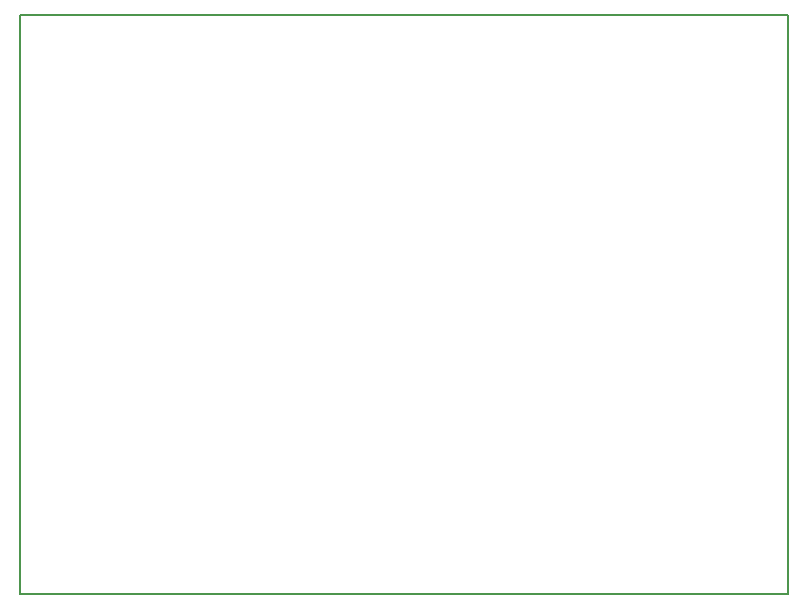
<source format=gko>
G04 Layer_Color=16720538*
%FSLAX42Y42*%
%MOMM*%
G71*
G01*
G75*
%ADD26C,0.15*%
D26*
X1500Y7400D02*
X8000D01*
X1500Y2500D02*
Y7400D01*
X1500Y2500D02*
X8000D01*
X1500Y2500D02*
X1500Y2500D01*
X8000D02*
Y7400D01*
M02*

</source>
